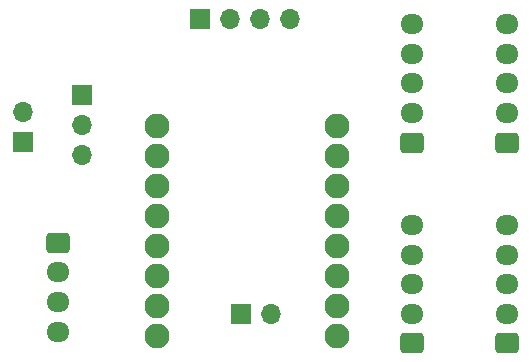
<source format=gbs>
%TF.GenerationSoftware,KiCad,Pcbnew,8.0.9-8.0.9-0~ubuntu22.04.1*%
%TF.CreationDate,2025-04-09T02:20:17+02:00*%
%TF.ProjectId,00pcb,30307063-622e-46b6-9963-61645f706362,rev?*%
%TF.SameCoordinates,Original*%
%TF.FileFunction,Soldermask,Bot*%
%TF.FilePolarity,Negative*%
%FSLAX46Y46*%
G04 Gerber Fmt 4.6, Leading zero omitted, Abs format (unit mm)*
G04 Created by KiCad (PCBNEW 8.0.9-8.0.9-0~ubuntu22.04.1) date 2025-04-09 02:20:17*
%MOMM*%
%LPD*%
G01*
G04 APERTURE LIST*
G04 Aperture macros list*
%AMRoundRect*
0 Rectangle with rounded corners*
0 $1 Rounding radius*
0 $2 $3 $4 $5 $6 $7 $8 $9 X,Y pos of 4 corners*
0 Add a 4 corners polygon primitive as box body*
4,1,4,$2,$3,$4,$5,$6,$7,$8,$9,$2,$3,0*
0 Add four circle primitives for the rounded corners*
1,1,$1+$1,$2,$3*
1,1,$1+$1,$4,$5*
1,1,$1+$1,$6,$7*
1,1,$1+$1,$8,$9*
0 Add four rect primitives between the rounded corners*
20,1,$1+$1,$2,$3,$4,$5,0*
20,1,$1+$1,$4,$5,$6,$7,0*
20,1,$1+$1,$6,$7,$8,$9,0*
20,1,$1+$1,$8,$9,$2,$3,0*%
G04 Aperture macros list end*
%ADD10RoundRect,0.250000X-0.725000X0.600000X-0.725000X-0.600000X0.725000X-0.600000X0.725000X0.600000X0*%
%ADD11O,1.950000X1.700000*%
%ADD12RoundRect,0.250000X0.725000X-0.600000X0.725000X0.600000X-0.725000X0.600000X-0.725000X-0.600000X0*%
%ADD13R,1.700000X1.700000*%
%ADD14O,1.700000X1.700000*%
%ADD15C,2.109000*%
G04 APERTURE END LIST*
D10*
%TO.C,J7*%
X115000000Y-99000000D03*
D11*
X115000000Y-101500000D03*
X115000000Y-104000000D03*
X115000000Y-106500000D03*
%TD*%
D12*
%TO.C,J5*%
X153000000Y-90500000D03*
D11*
X153000000Y-88000000D03*
X153000000Y-85500000D03*
X153000000Y-83000000D03*
X153000000Y-80500000D03*
%TD*%
%TO.C,J4*%
X145000000Y-97500000D03*
X145000000Y-100000000D03*
X145000000Y-102500000D03*
X145000000Y-105000000D03*
D12*
X145000000Y-107500000D03*
%TD*%
D13*
%TO.C,J1*%
X112000000Y-90475000D03*
D14*
X112000000Y-87935000D03*
%TD*%
D13*
%TO.C,J6*%
X127000000Y-80000000D03*
D14*
X129540000Y-80000000D03*
X132080000Y-80000000D03*
X134620000Y-80000000D03*
%TD*%
D13*
%TO.C,J9*%
X130460000Y-105000000D03*
D14*
X133000000Y-105000000D03*
%TD*%
D11*
%TO.C,J8*%
X145000000Y-80500000D03*
X145000000Y-83000000D03*
X145000000Y-85500000D03*
X145000000Y-88000000D03*
D12*
X145000000Y-90500000D03*
%TD*%
D13*
%TO.C,J2*%
X117000000Y-86475000D03*
D14*
X117000000Y-89015000D03*
X117000000Y-91555000D03*
%TD*%
D12*
%TO.C,J3*%
X153000000Y-107500000D03*
D11*
X153000000Y-105000000D03*
X153000000Y-102500000D03*
X153000000Y-100000000D03*
X153000000Y-97500000D03*
%TD*%
D15*
%TO.C,U1*%
X123380000Y-106880000D03*
X123380000Y-104340000D03*
X123380000Y-101800000D03*
X123380000Y-99260000D03*
X123380000Y-94180000D03*
X123380000Y-96720000D03*
X138620000Y-89100000D03*
X123380000Y-89100000D03*
X138620000Y-91640000D03*
X138620000Y-94180000D03*
X138620000Y-96720000D03*
X138620000Y-99260000D03*
X138620000Y-101800000D03*
X138620000Y-104340000D03*
X138620000Y-106880000D03*
X123380000Y-91640000D03*
%TD*%
M02*

</source>
